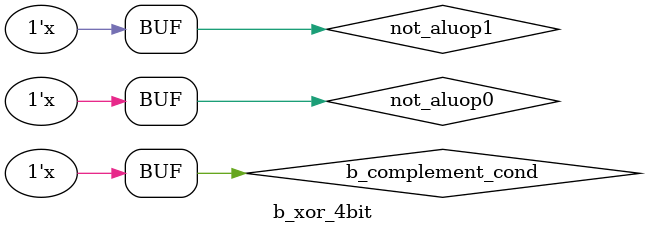
<source format=v>
module b_xor_4bit();

// ------------- xor b ------------------
// if ab'c' + ab => xor b
not not1(not_aluop1, alu_op[1]); // b'
not not2(not_aluop0, alu_op[0]); // c'

and and2(wires[0], alu_op[2], not_aluop1); // ab'
and and3(wires[1], wires[0], not_aluop0); // ab'c'

and and4(wires[2], alu_op[2], alu_op[1]); // ab

or or2(b_complement_cond, wires[1], wires[2]); // ab'c' + ab

xor xor2(b_xor, b, b_complement_cond);
// ------------------------------------------------------


endmodule

</source>
